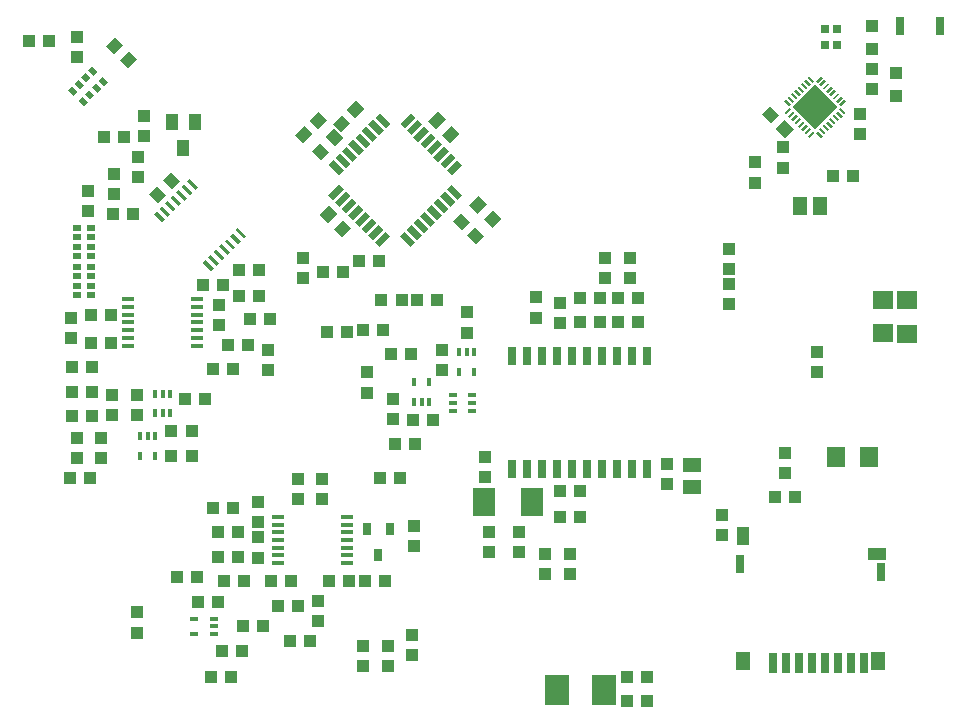
<source format=gbr>
G04 #@! TF.GenerationSoftware,KiCad,Pcbnew,(5.99.0-296-g10468236c)*
G04 #@! TF.CreationDate,2020-04-10T19:10:07+02:00*
G04 #@! TF.ProjectId,kimkong,6b696d6b-6f6e-4672-9e6b-696361645f70,rev?*
G04 #@! TF.SameCoordinates,Original*
G04 #@! TF.FileFunction,Paste,Bot*
G04 #@! TF.FilePolarity,Positive*
%FSLAX46Y46*%
G04 Gerber Fmt 4.6, Leading zero omitted, Abs format (unit mm)*
G04 Created by KiCad (PCBNEW (5.99.0-296-g10468236c)) date 2020-04-10 19:10:07*
%MOMM*%
%LPD*%
G04 APERTURE LIST*
%ADD10R,0.800000X1.600000*%
%ADD11R,0.650000X0.750000*%
%ADD12R,1.100000X1.000000*%
%ADD13R,1.000000X1.100000*%
%ADD14R,1.500000X1.300000*%
%ADD15R,1.600000X1.800000*%
%ADD16R,2.000000X2.500000*%
%ADD17R,1.000000X1.400000*%
%ADD18R,1.803000X1.600000*%
%ADD19R,1.800000X1.600000*%
%ADD20R,1.300000X1.500000*%
%ADD21R,0.650000X0.500000*%
%ADD22R,1.000000X1.000000*%
%ADD23R,0.700000X0.400000*%
%ADD24R,0.762000X1.524000*%
%ADD25R,0.700000X1.000000*%
%ADD26R,0.400000X0.700000*%
%ADD27R,1.900000X2.400000*%
%ADD28R,0.350000X0.800000*%
%ADD29R,0.990600X0.304800*%
%ADD30R,0.800000X0.400000*%
%ADD31R,0.400000X0.800000*%
%ADD32R,0.700000X1.750000*%
%ADD33R,0.800000X1.500000*%
%ADD34R,1.000000X1.500000*%
%ADD35R,1.500000X1.000000*%
G04 APERTURE END LIST*
D10*
X186528600Y-76583600D03*
X183128600Y-76583600D03*
D11*
X177761400Y-78188000D03*
X177761400Y-76788000D03*
X176761400Y-78188000D03*
X176761400Y-76788000D03*
D12*
X139211100Y-99761100D03*
X140911100Y-99761100D03*
D13*
X155142350Y-122994850D03*
X155142350Y-121294850D03*
D14*
X165461100Y-115633600D03*
X165461100Y-113733600D03*
D13*
X154348600Y-101722350D03*
X154348600Y-100022350D03*
X163397350Y-113674850D03*
X163397350Y-115374850D03*
X160222350Y-96212350D03*
X160222350Y-97912350D03*
X158158600Y-96212350D03*
X158158600Y-97912350D03*
X153078600Y-122994850D03*
X153078600Y-121294850D03*
X159213600Y-99602350D03*
X160913600Y-99602350D03*
X160913600Y-101666100D03*
X159213600Y-101666100D03*
X157738600Y-99602350D03*
X156038600Y-99602350D03*
X156038600Y-101666100D03*
X157738600Y-101666100D03*
D15*
X180513600Y-113096100D03*
X177713600Y-113096100D03*
D13*
X170858600Y-88116100D03*
X170858600Y-89816100D03*
X173398600Y-114422350D03*
X173398600Y-112722350D03*
X174248600Y-116429850D03*
X172548600Y-116429850D03*
D16*
X154094850Y-132781100D03*
X158094850Y-132781100D03*
D12*
X127463600Y-127383600D03*
X129163600Y-127383600D03*
X113391100Y-111452350D03*
X113391100Y-113152350D03*
D13*
X114558600Y-114842350D03*
X112858600Y-114842350D03*
D12*
X115454850Y-113152350D03*
X115454850Y-111452350D03*
D13*
X124764850Y-131669850D03*
X126464850Y-131669850D03*
X160007350Y-131669850D03*
X161707350Y-131669850D03*
D12*
X119106100Y-85847350D03*
X119106100Y-84147350D03*
X115716100Y-85949850D03*
X117416100Y-85949850D03*
G36*
X117342521Y-78169704D02*
G01*
X116564704Y-78947521D01*
X115857597Y-78240414D01*
X116635414Y-77462597D01*
X117342521Y-78169704D01*
G37*
G36*
X118544603Y-79371786D02*
G01*
X117766786Y-80149603D01*
X117059679Y-79442496D01*
X117837496Y-78664679D01*
X118544603Y-79371786D01*
G37*
D13*
X160007350Y-133733600D03*
X161707350Y-133733600D03*
D17*
X122439850Y-86891100D03*
X123389850Y-84691100D03*
X121489850Y-84691100D03*
D18*
X183717350Y-102611850D03*
X183717350Y-99767850D03*
D19*
X181653600Y-99789850D03*
X181653600Y-102589850D03*
D20*
X176312350Y-91823600D03*
X174612350Y-91823600D03*
D13*
X137997350Y-105896100D03*
X137997350Y-107596100D03*
X143927350Y-99761100D03*
X142227350Y-99761100D03*
X141704850Y-104364850D03*
X140004850Y-104364850D03*
X152284850Y-99546100D03*
X152284850Y-101246100D03*
D12*
X139052350Y-114842350D03*
X140752350Y-114842350D03*
X142022350Y-111984850D03*
X140322350Y-111984850D03*
X113391100Y-77479850D03*
X113391100Y-79179850D03*
D13*
X109366100Y-77853600D03*
X111066100Y-77853600D03*
G36*
X113106163Y-82476772D02*
G01*
X112646544Y-82017153D01*
X113000097Y-81663600D01*
X113459716Y-82123219D01*
X113106163Y-82476772D01*
G37*
G36*
X113671849Y-81911087D02*
G01*
X113212230Y-81451468D01*
X113565783Y-81097915D01*
X114025402Y-81557534D01*
X113671849Y-81911087D01*
G37*
G36*
X114237534Y-81345402D02*
G01*
X113777915Y-80885783D01*
X114131468Y-80532230D01*
X114591087Y-80991849D01*
X114237534Y-81345402D01*
G37*
G36*
X114803219Y-80779716D02*
G01*
X114343600Y-80320097D01*
X114697153Y-79966544D01*
X115156772Y-80426163D01*
X114803219Y-80779716D01*
G37*
G36*
X115687103Y-81663600D02*
G01*
X115227484Y-81203981D01*
X115581037Y-80850428D01*
X116040656Y-81310047D01*
X115687103Y-81663600D01*
G37*
G36*
X115121417Y-82229285D02*
G01*
X114661798Y-81769666D01*
X115015351Y-81416113D01*
X115474970Y-81875732D01*
X115121417Y-82229285D01*
G37*
G36*
X114555732Y-82794970D02*
G01*
X114096113Y-82335351D01*
X114449666Y-81981798D01*
X114909285Y-82441417D01*
X114555732Y-82794970D01*
G37*
G36*
X113990047Y-83360656D02*
G01*
X113530428Y-82901037D01*
X113883981Y-82547484D01*
X114343600Y-83007103D01*
X113990047Y-83360656D01*
G37*
D12*
X114343600Y-92197350D03*
X114343600Y-90497350D03*
D13*
X141807350Y-129821100D03*
X141807350Y-128121100D03*
X116407350Y-107801100D03*
X116407350Y-109501100D03*
X129844850Y-123573600D03*
X131544850Y-123573600D03*
D12*
X130479850Y-125637350D03*
X132179850Y-125637350D03*
D13*
X125876100Y-123573600D03*
X127576100Y-123573600D03*
D12*
X125399850Y-121509850D03*
X127099850Y-121509850D03*
X133869850Y-126963600D03*
X133869850Y-125263600D03*
D13*
X154292350Y-115953600D03*
X155992350Y-115953600D03*
X154292350Y-118176100D03*
X155992350Y-118176100D03*
D12*
X146411100Y-100816100D03*
X146411100Y-102516100D03*
D13*
X144347350Y-105691100D03*
X144347350Y-103991100D03*
D21*
X114651100Y-93639850D03*
X114651100Y-94439850D03*
X114651100Y-95239850D03*
X114651100Y-96039850D03*
X113401100Y-96039850D03*
X113401100Y-95239850D03*
X113401100Y-94439850D03*
X113401100Y-93639850D03*
X114651100Y-96973600D03*
X114651100Y-97773600D03*
X114651100Y-98573600D03*
X114651100Y-99373600D03*
X113401100Y-99373600D03*
X113401100Y-98573600D03*
X113401100Y-97773600D03*
X113401100Y-96973600D03*
G36*
X135773454Y-85547103D02*
G01*
X135066347Y-84839996D01*
X135844164Y-84062179D01*
X136551271Y-84769286D01*
X135773454Y-85547103D01*
G37*
G36*
X136975536Y-84345021D02*
G01*
X136268429Y-83637914D01*
X137046246Y-82860097D01*
X137753353Y-83567204D01*
X136975536Y-84345021D01*
G37*
G36*
X144658606Y-84522269D02*
G01*
X143867332Y-85286393D01*
X143172674Y-84567053D01*
X143963948Y-83802929D01*
X144658606Y-84522269D01*
G37*
G36*
X145839526Y-85745147D02*
G01*
X145048252Y-86509271D01*
X144353594Y-85789931D01*
X145144868Y-85025807D01*
X145839526Y-85745147D01*
G37*
G36*
X147857179Y-92936246D02*
G01*
X148634996Y-92158429D01*
X149342103Y-92865536D01*
X148564286Y-93643353D01*
X147857179Y-92936246D01*
G37*
G36*
X146655097Y-91734164D02*
G01*
X147432914Y-90956347D01*
X148140021Y-91663454D01*
X147362204Y-92441271D01*
X146655097Y-91734164D01*
G37*
G36*
X145226347Y-93092204D02*
G01*
X145933454Y-92385097D01*
X146711271Y-93162914D01*
X146004164Y-93870021D01*
X145226347Y-93092204D01*
G37*
G36*
X146428429Y-94294286D02*
G01*
X147135536Y-93587179D01*
X147913353Y-94364996D01*
X147206246Y-95072103D01*
X146428429Y-94294286D01*
G37*
G36*
X135299996Y-86726271D02*
G01*
X134522179Y-85948454D01*
X135229286Y-85241347D01*
X136007103Y-86019164D01*
X135299996Y-86726271D01*
G37*
G36*
X134097914Y-87928353D02*
G01*
X133320097Y-87150536D01*
X134027204Y-86443429D01*
X134805021Y-87221246D01*
X134097914Y-87928353D01*
G37*
G36*
X133871246Y-83812597D02*
G01*
X134578353Y-84519704D01*
X133800536Y-85297521D01*
X133093429Y-84590414D01*
X133871246Y-83812597D01*
G37*
G36*
X132669164Y-85014679D02*
G01*
X133376271Y-85721786D01*
X132598454Y-86499603D01*
X131891347Y-85792496D01*
X132669164Y-85014679D01*
G37*
G36*
X135157179Y-93729996D02*
G01*
X135934996Y-92952179D01*
X136642103Y-93659286D01*
X135864286Y-94437103D01*
X135157179Y-93729996D01*
G37*
G36*
X133955097Y-92527914D02*
G01*
X134732914Y-91750097D01*
X135440021Y-92457204D01*
X134662204Y-93235021D01*
X133955097Y-92527914D01*
G37*
G36*
X141685475Y-83939296D02*
G01*
X142080606Y-84334427D01*
X141182581Y-85232452D01*
X140787450Y-84837321D01*
X141685475Y-83939296D01*
G37*
G36*
X142251160Y-84504982D02*
G01*
X142646291Y-84900113D01*
X141748266Y-85798138D01*
X141353135Y-85403007D01*
X142251160Y-84504982D01*
G37*
G36*
X142816845Y-85070667D02*
G01*
X143211976Y-85465798D01*
X142313951Y-86363823D01*
X141918820Y-85968692D01*
X142816845Y-85070667D01*
G37*
G36*
X143382531Y-85636353D02*
G01*
X143777662Y-86031484D01*
X142879637Y-86929509D01*
X142484506Y-86534378D01*
X143382531Y-85636353D01*
G37*
G36*
X143948216Y-86202038D02*
G01*
X144343347Y-86597169D01*
X143445322Y-87495194D01*
X143050191Y-87100063D01*
X143948216Y-86202038D01*
G37*
G36*
X144513902Y-86767724D02*
G01*
X144909033Y-87162855D01*
X144011008Y-88060880D01*
X143615877Y-87665749D01*
X144513902Y-86767724D01*
G37*
G36*
X145079587Y-87333409D02*
G01*
X145474718Y-87728540D01*
X144576693Y-88626565D01*
X144181562Y-88231434D01*
X145079587Y-87333409D01*
G37*
G36*
X145645273Y-87899094D02*
G01*
X146040404Y-88294225D01*
X145142379Y-89192250D01*
X144747248Y-88797119D01*
X145645273Y-87899094D01*
G37*
G36*
X145142379Y-90009950D02*
G01*
X146040404Y-90907975D01*
X145645273Y-91303106D01*
X144747248Y-90405081D01*
X145142379Y-90009950D01*
G37*
G36*
X144576693Y-90575635D02*
G01*
X145474718Y-91473660D01*
X145079587Y-91868791D01*
X144181562Y-90970766D01*
X144576693Y-90575635D01*
G37*
G36*
X144011008Y-91141320D02*
G01*
X144909033Y-92039345D01*
X144513902Y-92434476D01*
X143615877Y-91536451D01*
X144011008Y-91141320D01*
G37*
G36*
X143445322Y-91707006D02*
G01*
X144343347Y-92605031D01*
X143948216Y-93000162D01*
X143050191Y-92102137D01*
X143445322Y-91707006D01*
G37*
G36*
X142879637Y-92272691D02*
G01*
X143777662Y-93170716D01*
X143382531Y-93565847D01*
X142484506Y-92667822D01*
X142879637Y-92272691D01*
G37*
G36*
X142313951Y-92838377D02*
G01*
X143211976Y-93736402D01*
X142816845Y-94131533D01*
X141918820Y-93233508D01*
X142313951Y-92838377D01*
G37*
G36*
X141748266Y-93404062D02*
G01*
X142646291Y-94302087D01*
X142251160Y-94697218D01*
X141353135Y-93799193D01*
X141748266Y-93404062D01*
G37*
G36*
X141182581Y-93969748D02*
G01*
X142080606Y-94867773D01*
X141685475Y-95262904D01*
X140787450Y-94364879D01*
X141182581Y-93969748D01*
G37*
G36*
X139574619Y-93969748D02*
G01*
X139969750Y-94364879D01*
X139071725Y-95262904D01*
X138676594Y-94867773D01*
X139574619Y-93969748D01*
G37*
G36*
X139008934Y-93404062D02*
G01*
X139404065Y-93799193D01*
X138506040Y-94697218D01*
X138110909Y-94302087D01*
X139008934Y-93404062D01*
G37*
G36*
X138443249Y-92838377D02*
G01*
X138838380Y-93233508D01*
X137940355Y-94131533D01*
X137545224Y-93736402D01*
X138443249Y-92838377D01*
G37*
G36*
X137877563Y-92272691D02*
G01*
X138272694Y-92667822D01*
X137374669Y-93565847D01*
X136979538Y-93170716D01*
X137877563Y-92272691D01*
G37*
G36*
X137311878Y-91707006D02*
G01*
X137707009Y-92102137D01*
X136808984Y-93000162D01*
X136413853Y-92605031D01*
X137311878Y-91707006D01*
G37*
G36*
X136746192Y-91141320D02*
G01*
X137141323Y-91536451D01*
X136243298Y-92434476D01*
X135848167Y-92039345D01*
X136746192Y-91141320D01*
G37*
G36*
X136180507Y-90575635D02*
G01*
X136575638Y-90970766D01*
X135677613Y-91868791D01*
X135282482Y-91473660D01*
X136180507Y-90575635D01*
G37*
G36*
X135614821Y-90009950D02*
G01*
X136009952Y-90405081D01*
X135111927Y-91303106D01*
X134716796Y-90907975D01*
X135614821Y-90009950D01*
G37*
G36*
X135111927Y-87899094D02*
G01*
X136009952Y-88797119D01*
X135614821Y-89192250D01*
X134716796Y-88294225D01*
X135111927Y-87899094D01*
G37*
G36*
X135677613Y-87333409D02*
G01*
X136575638Y-88231434D01*
X136180507Y-88626565D01*
X135282482Y-87728540D01*
X135677613Y-87333409D01*
G37*
G36*
X136243298Y-86767724D02*
G01*
X137141323Y-87665749D01*
X136746192Y-88060880D01*
X135848167Y-87162855D01*
X136243298Y-86767724D01*
G37*
G36*
X136808984Y-86202038D02*
G01*
X137707009Y-87100063D01*
X137311878Y-87495194D01*
X136413853Y-86597169D01*
X136808984Y-86202038D01*
G37*
G36*
X137374669Y-85636353D02*
G01*
X138272694Y-86534378D01*
X137877563Y-86929509D01*
X136979538Y-86031484D01*
X137374669Y-85636353D01*
G37*
G36*
X137940355Y-85070667D02*
G01*
X138838380Y-85968692D01*
X138443249Y-86363823D01*
X137545224Y-85465798D01*
X137940355Y-85070667D01*
G37*
G36*
X138506040Y-84504982D02*
G01*
X139404065Y-85403007D01*
X139008934Y-85798138D01*
X138110909Y-84900113D01*
X138506040Y-84504982D01*
G37*
G36*
X139071725Y-83939296D02*
G01*
X139969750Y-84837321D01*
X139574619Y-85232452D01*
X138676594Y-84334427D01*
X139071725Y-83939296D01*
G37*
D13*
X139006100Y-96427350D03*
X137306100Y-96427350D03*
X135989850Y-97379850D03*
X134289850Y-97379850D03*
X132599850Y-97912350D03*
X132599850Y-96212350D03*
D12*
X137679850Y-129073600D03*
X137679850Y-130773600D03*
G36*
X176433574Y-80793555D02*
G01*
X176574996Y-80934977D01*
X176150732Y-81359241D01*
X176009310Y-81217819D01*
X176433574Y-80793555D01*
G37*
G36*
X176716417Y-81076397D02*
G01*
X176857839Y-81217819D01*
X176433575Y-81642083D01*
X176292153Y-81500661D01*
X176716417Y-81076397D01*
G37*
G36*
X176999260Y-81359240D02*
G01*
X177140682Y-81500662D01*
X176716418Y-81924926D01*
X176574996Y-81783504D01*
X176999260Y-81359240D01*
G37*
G36*
X177282103Y-81642083D02*
G01*
X177423525Y-81783505D01*
X176999261Y-82207769D01*
X176857839Y-82066347D01*
X177282103Y-81642083D01*
G37*
G36*
X177564945Y-81924925D02*
G01*
X177706367Y-82066347D01*
X177282103Y-82490611D01*
X177140681Y-82349189D01*
X177564945Y-81924925D01*
G37*
G36*
X177847788Y-82207768D02*
G01*
X177989210Y-82349190D01*
X177564946Y-82773454D01*
X177423524Y-82632032D01*
X177847788Y-82207768D01*
G37*
G36*
X178130631Y-82490611D02*
G01*
X178272053Y-82632033D01*
X177847789Y-83056297D01*
X177706367Y-82914875D01*
X178130631Y-82490611D01*
G37*
G36*
X178413473Y-82773454D02*
G01*
X178554895Y-82914876D01*
X178130631Y-83339140D01*
X177989209Y-83197718D01*
X178413473Y-82773454D01*
G37*
G36*
X178554895Y-83904824D02*
G01*
X178413473Y-84046246D01*
X177989209Y-83621982D01*
X178130631Y-83480560D01*
X178554895Y-83904824D01*
G37*
G36*
X178272053Y-84187667D02*
G01*
X178130631Y-84329089D01*
X177706367Y-83904825D01*
X177847789Y-83763403D01*
X178272053Y-84187667D01*
G37*
G36*
X177989210Y-84470510D02*
G01*
X177847788Y-84611932D01*
X177423524Y-84187668D01*
X177564946Y-84046246D01*
X177989210Y-84470510D01*
G37*
G36*
X177706367Y-84753353D02*
G01*
X177564945Y-84894775D01*
X177140681Y-84470511D01*
X177282103Y-84329089D01*
X177706367Y-84753353D01*
G37*
G36*
X177423525Y-85036195D02*
G01*
X177282103Y-85177617D01*
X176857839Y-84753353D01*
X176999261Y-84611931D01*
X177423525Y-85036195D01*
G37*
G36*
X177140682Y-85319038D02*
G01*
X176999260Y-85460460D01*
X176574996Y-85036196D01*
X176716418Y-84894774D01*
X177140682Y-85319038D01*
G37*
G36*
X176857839Y-85601881D02*
G01*
X176716417Y-85743303D01*
X176292153Y-85319039D01*
X176433575Y-85177617D01*
X176857839Y-85601881D01*
G37*
G36*
X176574996Y-85884723D02*
G01*
X176433574Y-86026145D01*
X176009310Y-85601881D01*
X176150732Y-85460459D01*
X176574996Y-85884723D01*
G37*
G36*
X175443626Y-86026145D02*
G01*
X175302204Y-85884723D01*
X175726468Y-85460459D01*
X175867890Y-85601881D01*
X175443626Y-86026145D01*
G37*
G36*
X175160783Y-85743303D02*
G01*
X175019361Y-85601881D01*
X175443625Y-85177617D01*
X175585047Y-85319039D01*
X175160783Y-85743303D01*
G37*
G36*
X174877940Y-85460460D02*
G01*
X174736518Y-85319038D01*
X175160782Y-84894774D01*
X175302204Y-85036196D01*
X174877940Y-85460460D01*
G37*
G36*
X174595097Y-85177617D02*
G01*
X174453675Y-85036195D01*
X174877939Y-84611931D01*
X175019361Y-84753353D01*
X174595097Y-85177617D01*
G37*
G36*
X174312255Y-84894775D02*
G01*
X174170833Y-84753353D01*
X174595097Y-84329089D01*
X174736519Y-84470511D01*
X174312255Y-84894775D01*
G37*
G36*
X174029412Y-84611932D02*
G01*
X173887990Y-84470510D01*
X174312254Y-84046246D01*
X174453676Y-84187668D01*
X174029412Y-84611932D01*
G37*
G36*
X173746569Y-84329089D02*
G01*
X173605147Y-84187667D01*
X174029411Y-83763403D01*
X174170833Y-83904825D01*
X173746569Y-84329089D01*
G37*
G36*
X173463727Y-84046246D02*
G01*
X173322305Y-83904824D01*
X173746569Y-83480560D01*
X173887991Y-83621982D01*
X173463727Y-84046246D01*
G37*
G36*
X173322305Y-82914876D02*
G01*
X173463727Y-82773454D01*
X173887991Y-83197718D01*
X173746569Y-83339140D01*
X173322305Y-82914876D01*
G37*
G36*
X173605147Y-82632033D02*
G01*
X173746569Y-82490611D01*
X174170833Y-82914875D01*
X174029411Y-83056297D01*
X173605147Y-82632033D01*
G37*
G36*
X173887990Y-82349190D02*
G01*
X174029412Y-82207768D01*
X174453676Y-82632032D01*
X174312254Y-82773454D01*
X173887990Y-82349190D01*
G37*
G36*
X174170833Y-82066347D02*
G01*
X174312255Y-81924925D01*
X174736519Y-82349189D01*
X174595097Y-82490611D01*
X174170833Y-82066347D01*
G37*
G36*
X174453675Y-81783505D02*
G01*
X174595097Y-81642083D01*
X175019361Y-82066347D01*
X174877939Y-82207769D01*
X174453675Y-81783505D01*
G37*
G36*
X174736518Y-81500662D02*
G01*
X174877940Y-81359240D01*
X175302204Y-81783504D01*
X175160782Y-81924926D01*
X174736518Y-81500662D01*
G37*
G36*
X175019361Y-81217819D02*
G01*
X175160783Y-81076397D01*
X175585047Y-81500661D01*
X175443625Y-81642083D01*
X175019361Y-81217819D01*
G37*
G36*
X175302204Y-80934977D02*
G01*
X175443626Y-80793555D01*
X175867890Y-81217819D01*
X175726468Y-81359241D01*
X175302204Y-80934977D01*
G37*
G36*
X175938600Y-81500662D02*
G01*
X177847788Y-83409850D01*
X175938600Y-85319038D01*
X174029412Y-83409850D01*
X175938600Y-81500662D01*
G37*
D13*
X179748600Y-83988600D03*
X179748600Y-85688600D03*
X173239850Y-86846100D03*
X173239850Y-88546100D03*
G36*
X174107103Y-85316246D02*
G01*
X173399996Y-86023353D01*
X172622179Y-85245536D01*
X173329286Y-84538429D01*
X174107103Y-85316246D01*
G37*
G36*
X172905021Y-84114164D02*
G01*
X172197914Y-84821271D01*
X171420097Y-84043454D01*
X172127204Y-83336347D01*
X172905021Y-84114164D01*
G37*
X180701100Y-80178600D03*
X180701100Y-81878600D03*
D22*
X180701100Y-78536100D03*
X180701100Y-76536100D03*
X182764850Y-80504850D03*
X182764850Y-82504850D03*
D12*
X179169850Y-89283600D03*
X177469850Y-89283600D03*
D13*
X118471100Y-127916100D03*
X118471100Y-126216100D03*
X176097350Y-105849850D03*
X176097350Y-104149850D03*
D12*
X168636100Y-95418600D03*
X168636100Y-97118600D03*
X168636100Y-98434850D03*
X168636100Y-100134850D03*
D23*
X125036100Y-126733600D03*
X125036100Y-127383600D03*
X125036100Y-128033600D03*
X123336100Y-128033600D03*
X123336100Y-126733600D03*
D12*
X123653600Y-125319850D03*
X125353600Y-125319850D03*
D24*
X161651100Y-104510900D03*
X160381100Y-104510900D03*
X159111100Y-104510900D03*
X157841100Y-104510900D03*
X156571100Y-104510900D03*
X155301100Y-104510900D03*
X154031100Y-104510900D03*
X152761100Y-104510900D03*
X150221100Y-104536300D03*
X151491100Y-104510900D03*
X150221100Y-114061300D03*
X151491100Y-114061300D03*
X152761100Y-114061300D03*
X154031100Y-114061300D03*
X155301100Y-114061300D03*
X156571100Y-114061300D03*
X157841100Y-114061300D03*
X159111100Y-114061300D03*
X160381100Y-114061300D03*
X161651100Y-114061300D03*
D13*
X113017350Y-107539850D03*
X114717350Y-107539850D03*
X127417350Y-129447350D03*
X125717350Y-129447350D03*
D25*
X138949850Y-121339850D03*
X139899850Y-119139850D03*
X137999850Y-119139850D03*
D12*
X141966100Y-118913600D03*
X141966100Y-120613600D03*
D26*
X145761100Y-104149850D03*
X146411100Y-104149850D03*
X147061100Y-104149850D03*
X147061100Y-105849850D03*
X145761100Y-105849850D03*
D12*
X147998600Y-114739850D03*
X147998600Y-113039850D03*
D13*
X150856100Y-121089850D03*
X150856100Y-119389850D03*
X148316100Y-121089850D03*
X148316100Y-119389850D03*
D27*
X147853600Y-116906100D03*
X151953600Y-116906100D03*
D28*
X141951100Y-106689850D03*
X143251100Y-106689850D03*
X143251100Y-108389850D03*
X142601100Y-108389850D03*
X141951100Y-108389850D03*
D12*
X140219850Y-108118600D03*
X140219850Y-109818600D03*
D13*
X141909850Y-109921100D03*
X143609850Y-109921100D03*
X134607350Y-102459850D03*
X136307350Y-102459850D03*
X137623600Y-102301100D03*
X139323600Y-102301100D03*
X118209850Y-92458600D03*
X116509850Y-92458600D03*
D12*
X116566100Y-90768600D03*
X116566100Y-89068600D03*
G36*
X121488746Y-90377521D02*
G01*
X120710929Y-89599704D01*
X121418036Y-88892597D01*
X122195853Y-89670414D01*
X121488746Y-90377521D01*
G37*
G36*
X120286664Y-91579603D02*
G01*
X119508847Y-90801786D01*
X120215954Y-90094679D01*
X120993771Y-90872496D01*
X120286664Y-91579603D01*
G37*
X118629850Y-89339850D03*
X118629850Y-87639850D03*
D13*
X124129850Y-98491100D03*
X125829850Y-98491100D03*
X129798600Y-101348600D03*
X128098600Y-101348600D03*
X127146100Y-97221100D03*
X128846100Y-97221100D03*
X128846100Y-99443600D03*
X127146100Y-99443600D03*
D12*
X139743600Y-129073600D03*
X139743600Y-130773600D03*
D13*
X131432350Y-128653600D03*
X133132350Y-128653600D03*
X123607350Y-123256100D03*
X121907350Y-123256100D03*
G36*
X127068187Y-93637445D02*
G01*
X127768647Y-94337905D01*
X127553121Y-94553431D01*
X126852661Y-93852971D01*
X127068187Y-93637445D01*
G37*
G36*
X126608568Y-94097064D02*
G01*
X127309028Y-94797524D01*
X127093502Y-95013050D01*
X126393042Y-94312590D01*
X126608568Y-94097064D01*
G37*
G36*
X126148949Y-94556684D02*
G01*
X126849409Y-95257144D01*
X126633883Y-95472670D01*
X125933423Y-94772210D01*
X126148949Y-94556684D01*
G37*
G36*
X125689329Y-95016303D02*
G01*
X126389789Y-95716763D01*
X126174263Y-95932289D01*
X125473803Y-95231829D01*
X125689329Y-95016303D01*
G37*
G36*
X125229710Y-95475923D02*
G01*
X125930170Y-96176383D01*
X125714644Y-96391909D01*
X125014184Y-95691449D01*
X125229710Y-95475923D01*
G37*
G36*
X124770090Y-95935542D02*
G01*
X125470550Y-96636002D01*
X125255024Y-96851528D01*
X124554564Y-96151068D01*
X124770090Y-95935542D01*
G37*
G36*
X124310471Y-96395161D02*
G01*
X125010931Y-97095621D01*
X124795405Y-97311147D01*
X124094945Y-96610687D01*
X124310471Y-96395161D01*
G37*
G36*
X120184079Y-92268769D02*
G01*
X120884539Y-92969229D01*
X120669013Y-93184755D01*
X119968553Y-92484295D01*
X120184079Y-92268769D01*
G37*
G36*
X120643698Y-91809150D02*
G01*
X121344158Y-92509610D01*
X121128632Y-92725136D01*
X120428172Y-92024676D01*
X120643698Y-91809150D01*
G37*
G36*
X121103317Y-91349530D02*
G01*
X121803777Y-92049990D01*
X121588251Y-92265516D01*
X120887791Y-91565056D01*
X121103317Y-91349530D01*
G37*
G36*
X121562937Y-90889911D02*
G01*
X122263397Y-91590371D01*
X122047871Y-91805897D01*
X121347411Y-91105437D01*
X121562937Y-90889911D01*
G37*
G36*
X122022556Y-90430291D02*
G01*
X122723016Y-91130751D01*
X122507490Y-91346277D01*
X121807030Y-90645817D01*
X122022556Y-90430291D01*
G37*
G36*
X122482176Y-89970672D02*
G01*
X123182636Y-90671132D01*
X122967110Y-90886658D01*
X122266650Y-90186198D01*
X122482176Y-89970672D01*
G37*
G36*
X122941795Y-89511053D02*
G01*
X123642255Y-90211513D01*
X123426729Y-90427039D01*
X122726269Y-89726579D01*
X122941795Y-89511053D01*
G37*
X116304850Y-103412350D03*
X114604850Y-103412350D03*
X114717350Y-105476100D03*
X113017350Y-105476100D03*
X116304850Y-101031100D03*
X114604850Y-101031100D03*
D12*
X112914850Y-101292350D03*
X112914850Y-102992350D03*
D13*
X124923600Y-105634850D03*
X126623600Y-105634850D03*
D12*
X129583600Y-105691100D03*
X129583600Y-103991100D03*
X125456100Y-100181100D03*
X125456100Y-101881100D03*
D13*
X127893600Y-103571100D03*
X126193600Y-103571100D03*
D29*
X123611400Y-99716100D03*
X123611400Y-100366100D03*
X123611400Y-101016100D03*
X123611400Y-101666100D03*
X123611400Y-102316100D03*
X123611400Y-102966100D03*
X123611400Y-103616100D03*
X117775800Y-103616100D03*
X117775800Y-102966100D03*
X117775800Y-102316100D03*
X117775800Y-101666100D03*
X117775800Y-101016100D03*
X117775800Y-100366100D03*
X117775800Y-99716100D03*
D13*
X113017350Y-109603600D03*
X114717350Y-109603600D03*
D12*
X134187350Y-116644850D03*
X134187350Y-114944850D03*
X132123600Y-114944850D03*
X132123600Y-116644850D03*
D13*
X134766100Y-123573600D03*
X136466100Y-123573600D03*
X137782350Y-123573600D03*
X139482350Y-123573600D03*
D12*
X128789850Y-118549850D03*
X128789850Y-116849850D03*
D13*
X126623600Y-117382350D03*
X124923600Y-117382350D03*
D12*
X128789850Y-121566100D03*
X128789850Y-119866100D03*
D13*
X127099850Y-119446100D03*
X125399850Y-119446100D03*
D29*
X130475800Y-122031100D03*
X130475800Y-121381100D03*
X130475800Y-120731100D03*
X130475800Y-120081100D03*
X130475800Y-119431100D03*
X130475800Y-118781100D03*
X130475800Y-118131100D03*
X136311400Y-118131100D03*
X136311400Y-118781100D03*
X136311400Y-119431100D03*
X136311400Y-120081100D03*
X136311400Y-120731100D03*
X136311400Y-121381100D03*
X136311400Y-122031100D03*
D12*
X118471100Y-109501100D03*
X118471100Y-107801100D03*
D28*
X120073600Y-112993600D03*
X118773600Y-112993600D03*
X118773600Y-111293600D03*
X119423600Y-111293600D03*
X120073600Y-111293600D03*
D13*
X121431100Y-112937350D03*
X123131100Y-112937350D03*
X123131100Y-110873600D03*
X121431100Y-110873600D03*
D30*
X145293600Y-109142350D03*
X145293600Y-108492350D03*
X145293600Y-107842350D03*
X146893600Y-107842350D03*
X146893600Y-108492350D03*
X146893600Y-109142350D03*
D31*
X120043600Y-107692350D03*
X120693600Y-107692350D03*
X121343600Y-107692350D03*
X121343600Y-109292350D03*
X120693600Y-109292350D03*
X120043600Y-109292350D03*
D12*
X122542350Y-108174850D03*
X124242350Y-108174850D03*
D32*
X172366100Y-130506100D03*
X173466100Y-130506100D03*
X176766100Y-130506100D03*
X177866100Y-130506100D03*
X174566100Y-130506100D03*
X175666100Y-130506100D03*
X178966100Y-130506100D03*
X180066100Y-130506100D03*
D20*
X181266100Y-130356100D03*
X169816100Y-130356100D03*
D33*
X181516100Y-122756100D03*
X169566100Y-122106100D03*
D34*
X169816100Y-119706100D03*
D35*
X181166100Y-121256100D03*
D12*
X168001100Y-117961100D03*
X168001100Y-119661100D03*
M02*

</source>
